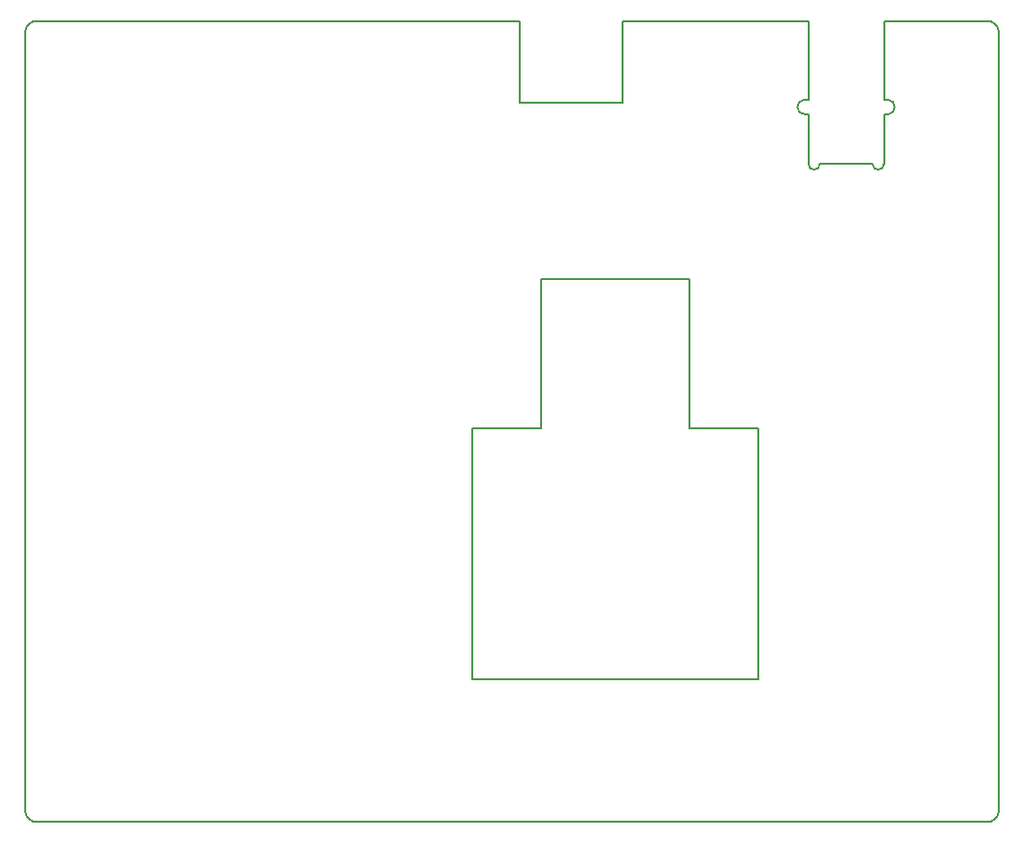
<source format=gm1>
G04 #@! TF.GenerationSoftware,KiCad,Pcbnew,(5.1.0-0)*
G04 #@! TF.CreationDate,2019-05-12T16:12:14+09:00*
G04 #@! TF.ProjectId,split_EC_left,73706c69-745f-4454-935f-6c6566742e6b,rev?*
G04 #@! TF.SameCoordinates,Original*
G04 #@! TF.FileFunction,Profile,NP*
%FSLAX46Y46*%
G04 Gerber Fmt 4.6, Leading zero omitted, Abs format (unit mm)*
G04 Created by KiCad (PCBNEW (5.1.0-0)) date 2019-05-12 16:12:14*
%MOMM*%
%LPD*%
G04 APERTURE LIST*
%ADD10C,0.150000*%
G04 APERTURE END LIST*
D10*
X128775000Y-40000000D02*
X138575000Y-40000000D01*
X155250000Y-40000000D02*
X147275000Y-40000000D01*
X156250000Y-41000000D02*
G75*
G03X155250000Y-40000000I-1000000J0D01*
G01*
X155250000Y-110000000D02*
G75*
G03X156250000Y-109000000I0J1000000D01*
G01*
X71250000Y-109000000D02*
G75*
G03X72250000Y-110000000I1000000J0D01*
G01*
X72250000Y-40000000D02*
G75*
G03X71250000Y-41000000I0J-1000000D01*
G01*
X156250000Y-41000000D02*
X156250000Y-109000000D01*
X155250000Y-110000000D02*
X72250000Y-110000000D01*
X71250000Y-41000000D02*
X71250000Y-109000000D01*
X109075000Y-40000000D02*
X72250000Y-40000000D01*
X146225000Y-40000000D02*
X147275000Y-40000000D01*
X139625000Y-40000000D02*
X138575000Y-40000000D01*
X146225000Y-40000000D02*
X146225000Y-46870000D01*
X139625000Y-40000000D02*
X139625000Y-46870000D01*
X140625000Y-52500000D02*
X145225000Y-52500000D01*
X139625000Y-52500000D02*
G75*
G03X140625000Y-52500000I500000J0D01*
G01*
X145225000Y-52500000D02*
G75*
G03X146225000Y-52500000I500000J0D01*
G01*
X146525000Y-48170000D02*
G75*
G03X146525000Y-46870000I0J650000D01*
G01*
X146225000Y-46870000D02*
X146525000Y-46870000D01*
X146225000Y-48170000D02*
X146525000Y-48170000D01*
X146225000Y-48170000D02*
X146225000Y-52500000D01*
X139325000Y-46870000D02*
X139625000Y-46870000D01*
X139625000Y-48170000D02*
X139625000Y-52500000D01*
X139325000Y-48170000D02*
X139625000Y-48170000D01*
X139325000Y-48170000D02*
G75*
G02X139325000Y-46870000I0J650000D01*
G01*
X123425000Y-47150000D02*
X114425000Y-47150000D01*
X114425000Y-47150000D02*
X114425000Y-40000000D01*
X123425000Y-47150000D02*
X123425000Y-40000000D01*
X123425000Y-40000000D02*
X128775000Y-40000000D01*
X114425000Y-40000000D02*
X109075000Y-40000000D01*
X129250000Y-75550000D02*
X135250000Y-75550000D01*
X129250000Y-62550000D02*
X129250000Y-75550000D01*
X116250000Y-62550000D02*
X129250000Y-62550000D01*
X116250000Y-75550000D02*
X116250000Y-62550000D01*
X110250000Y-75550000D02*
X116250000Y-75550000D01*
X110250000Y-97550000D02*
X110250000Y-75550000D01*
X135250000Y-97550000D02*
X110250000Y-97550000D01*
X135250000Y-97550000D02*
X135250000Y-75550000D01*
M02*

</source>
